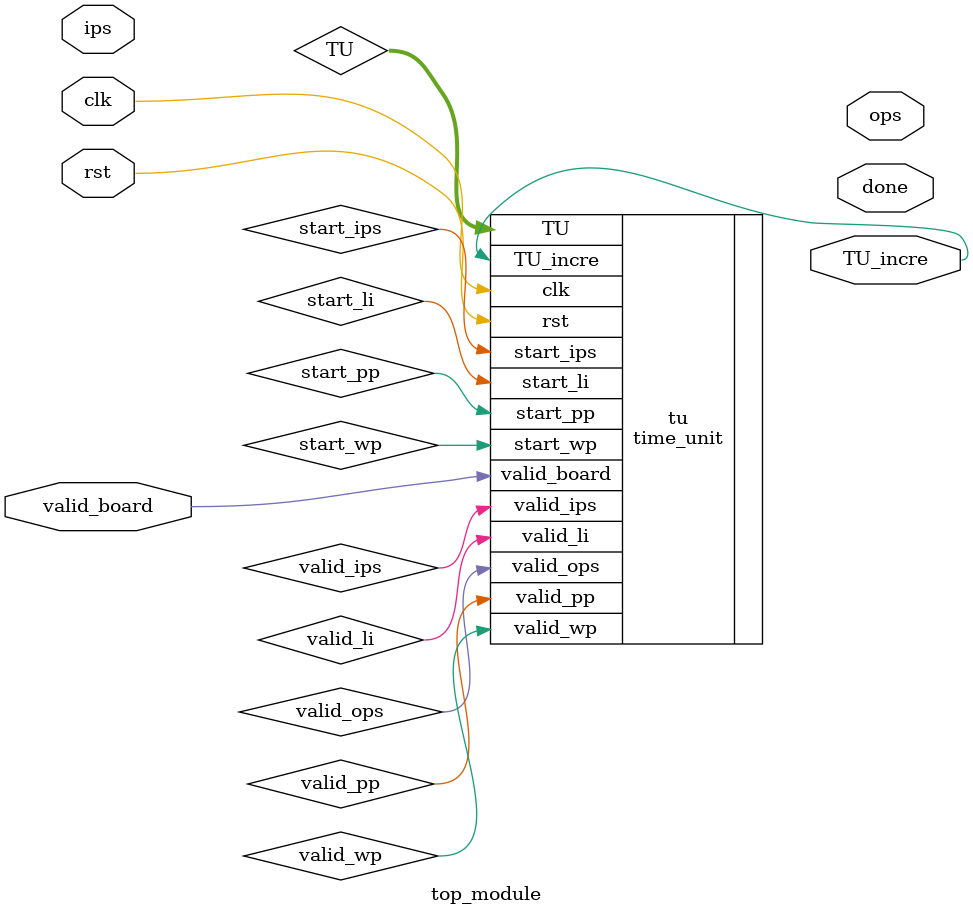
<source format=v>
module top_module(
		input				clk,rst,
		input				valid_board,
		input[255:0]	ips,
		output[2:0]		ops,
		output			TU_incre,
		output			done
     );

//Input Output Decleration
wire			clk,rst;
wire			valid_board;
wire[255:0] ips;
reg[2:0]		ops;
reg			done;


//Time Unit Declerations
reg		valid_ips;
reg		valid_pp;
reg		valid_ops;
reg		valid_li;
reg		valid_wp;

wire			start_ips;
wire			start_pp;
wire			start_ops;
wire			start_li;
wire			start_wp;
wire[15:0]	TU;
wire			TU_incre;

time_unit  tu(
	.clk(clk), 
	.rst(rst),
	.valid_board(valid_board),
	.valid_ips(valid_ips),
	.valid_pp(valid_pp),
	.valid_ops(valid_ops),
	.valid_li(valid_li),
	.valid_wp(valid_wp),	
	
	.start_ips(start_ips),
	.start_pp(start_pp),
	.start_li(start_li),
	.start_wp(start_wp),
	.TU(TU),
	.TU_incre(TU_incre)
);


endmodule


</source>
